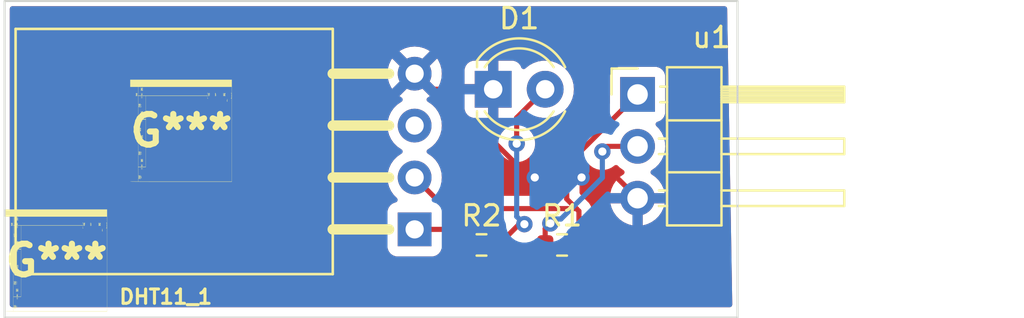
<source format=kicad_pcb>
(kicad_pcb (version 20221018) (generator pcbnew)
  (layers (0 "F.Cu" signal) (31 "B.Cu" signal) (34 "B.Paste" user) (35 "F.Paste" user) (36 "B.SilkS" user "B.Silkscreen") (37 "F.SilkS" user "F.Silkscreen") (38 "B.Mask" user) (39 "F.Mask" user) (44 "Edge.Cuts" user))
  (net 0 "")
  (net 1 "GND")
  (net 2 "Net-(D1-A)")
  (net 3 "+5V")
  (net 4 "Net-(DHT11_1-DATA)")
  (footprint "LED_THT:LED_D4.0mm" (layer "F.Cu") (at 160.274 64.516)
    (fp_text reference "D1" (at 1.27 -3.46) (layer "F.SilkS"))
    (fp_text value "LED")
    (pad "1" thru_hole rect (at 0 0) (size 1.8 1.8) (drill 0.9) (layers "*.Cu" "*.Mask") (net 1 "GND"))
    (pad "2" thru_hole circle (at 2.54 0) (size 1.8 1.8) (drill 0.9) (layers "*.Cu" "*.Mask") (net 2 "Net-(D1-A)"))
  )
  (footprint "Connector_PinHeader_2.54mm:PinHeader_1x03_P2.54mm_Horizontal" (layer "F.Cu") (at 167.329 64.77)
    (fp_text reference "u1" (at 3.613 -2.794) (layer "F.SilkS"))
    (fp_text value "Conn_01x03")
    (pad "1" thru_hole rect (at 0 0) (size 1.7 1.7) (drill 1) (layers "*.Cu" "*.Mask") (net 4 "Net-(DHT11_1-DATA)"))
    (pad "2" thru_hole oval (at 0 2.54) (size 1.7 1.7) (drill 1) (layers "*.Cu" "*.Mask") (net 3 "+5V"))
    (pad "3" thru_hole oval (at 0 5.08) (size 1.7 1.7) (drill 1) (layers "*.Cu" "*.Mask") (net 1 "GND"))
  )
  (footprint "MYFOOTPRINTS:SNR4-2.54-15.5X12.0X5.5MM" (layer "F.Cu") (at 144.685 67.564 180)
    (fp_text reference "DHT11_1" (at 0.413 -7.112) (layer "F.SilkS") (effects (font (size 0.7 0.7))))
    (fp_text value "~" hide)
    (pad "1" thru_hole rect (at -11.75 -3.81 180) (size 1.651 1.651) (drill 0.889) (layers "*.Cu" "*.Mask") (net 3 "+5V"))
    (pad "2" thru_hole circle (at -11.75 -1.27 180) (size 1.651 1.651) (drill 0.889) (layers "*.Cu" "*.Mask") (net 4 "Net-(DHT11_1-DATA)"))
    (pad "3" thru_hole circle (at -11.75 1.27 180) (size 1.651 1.651) (drill 0.889) (layers "*.Cu" "*.Mask"))
    (pad "4" thru_hole circle (at -11.75 3.81 180) (size 1.651 1.651) (drill 0.889) (layers "*.Cu" "*.Mask") (net 1 "GND"))
  )
  (footprint "MYFOOTPRINTS:ba" (layer "F.Cu") (at 138.938 72.898)
    (fp_text reference "G***" (at 0 0) (layer "F.SilkS") (effects (font (size 1.5 1.5) (thickness 0.3))))
    (fp_text value "LOGO" hide)
  )
  (footprint "Resistor_SMD:R_0603_1608Metric" (layer "F.Cu") (at 163.639 72.136)
    (fp_text reference "R1" (at 0 -1.43) (layer "F.SilkS"))
    (fp_text value "10K")
    (pad "1" smd roundrect (at -0.825 0) (size 0.8 0.95) (layers "F.Cu" "F.Paste" "F.Mask") (net 3 "+5V"))
    (pad "2" smd roundrect (at 0.825 0) (size 0.8 0.95) (layers "F.Cu" "F.Paste" "F.Mask") (net 4 "Net-(DHT11_1-DATA)"))
  )
  (footprint "MYFOOTPRINTS:ba" (layer "F.Cu") (at 145.034 66.548)
    (fp_text reference "G***" (at 0 0) (layer "F.SilkS") (effects (font (size 1.5 1.5) (thickness 0.3))))
    (fp_text value "LOGO" hide)
  )
  (footprint "Resistor_SMD:R_0603_1608Metric" (layer "F.Cu") (at 159.703 72.136)
    (fp_text reference "R2" (at 0 -1.43) (layer "F.SilkS"))
    (fp_text value "1K")
    (pad "1" smd roundrect (at -0.825 0) (size 0.8 0.95) (layers "F.Cu" "F.Paste" "F.Mask") (net 3 "+5V"))
    (pad "2" smd roundrect (at 0.825 0) (size 0.8 0.95) (layers "F.Cu" "F.Paste" "F.Mask") (net 2 "Net-(D1-A)"))
  )
  (gr_rect (start 186.182 74.93) (end 186.182 74.93) (stroke (width 0.1)) (fill none) (layer "Edge.Cuts"))
  (gr_rect (start 136.398 60.198) (end 172.212 75.692) (stroke (width 0.1)) (fill none) (layer "Edge.Cuts"))
  (gr_rect (start 172.085 74.93) (end 172.085 74.93) (stroke (width 0.1)) (fill none) (layer "Edge.Cuts"))
  (segment (start 166.313 68.834) (end 164.592 68.834) (width 0.25) (layer "F.Cu") (net 1))
  (segment (start 162.306 69.088) (end 160.274 67.056) (width 0.25) (layer "F.Cu") (net 1))
  (segment (start 167.329 69.85) (end 166.313 68.834) (width 0.25) (layer "F.Cu") (net 1))
  (segment (start 160.274 64.516) (end 157.197 64.516) (width 0.25) (layer "F.Cu") (net 1))
  (segment (start 160.274 67.056) (end 160.274 64.516) (width 0.25) (layer "F.Cu") (net 1))
  (segment (start 157.197 64.516) (end 156.435 63.754) (width 0.25) (layer "F.Cu") (net 1))
  (segment (start 162.306 68.834) (end 162.306 69.088) (width 0.25) (layer "F.Cu") (net 1))
  (via (at 164.592 68.834) (size 0.8) (drill 0.4) (layers "F.Cu" "B.Cu") (net 1))
  (via (at 162.306 68.834) (size 0.8) (drill 0.4) (layers "F.Cu" "B.Cu") (net 1))
  (segment (start 164.592 68.834) (end 162.306 68.834) (width 0.25) (layer "B.Cu") (net 1))
  (segment (start 161.544 71.12) (end 160.528 72.136) (width 0.25) (layer "F.Cu") (net 2))
  (segment (start 161.798 71.12) (end 161.544 71.12) (width 0.25) (layer "F.Cu") (net 2))
  (segment (start 162.814 64.516) (end 161.421299 65.908701) (width 0.25) (layer "F.Cu") (net 2))
  (segment (start 161.421299 65.908701) (end 161.421299 67.178701) (width 0.25) (layer "F.Cu") (net 2))
  (via (at 161.798 71.12) (size 0.8) (drill 0.4) (layers "F.Cu" "B.Cu") (net 2))
  (via (at 161.421299 67.178701) (size 0.8) (drill 0.4) (layers "F.Cu" "B.Cu") (net 2))
  (segment (start 161.421299 70.743299) (end 161.798 71.12) (width 0.25) (layer "B.Cu") (net 2))
  (segment (start 161.421299 67.178701) (end 161.421299 70.743299) (width 0.25) (layer "B.Cu") (net 2))
  (segment (start 158.878 73.026) (end 158.878 72.136) (width 0.25) (layer "F.Cu") (net 3))
  (segment (start 167.329 67.31) (end 165.862 67.31) (width 0.25) (layer "F.Cu") (net 3))
  (segment (start 158.116 71.374) (end 158.878 72.136) (width 0.25) (layer "F.Cu") (net 3))
  (segment (start 162.814 72.136) (end 162.814 71.3365) (width 0.25) (layer "F.Cu") (net 3))
  (segment (start 165.862 67.31) (end 165.608 67.564) (width 0.25) (layer "F.Cu") (net 3))
  (segment (start 162.814 71.3365) (end 163.068 71.0825) (width 0.25) (layer "F.Cu") (net 3))
  (segment (start 161.544 73.406) (end 159.258 73.406) (width 0.25) (layer "F.Cu") (net 3))
  (segment (start 156.435 71.374) (end 158.116 71.374) (width 0.25) (layer "F.Cu") (net 3))
  (segment (start 162.814 72.136) (end 161.544 73.406) (width 0.25) (layer "F.Cu") (net 3))
  (segment (start 159.258 73.406) (end 158.878 73.026) (width 0.25) (layer "F.Cu") (net 3))
  (via (at 165.608 67.564) (size 0.8) (drill 0.4) (layers "F.Cu" "B.Cu") (net 3))
  (via (at 163.068 71.0825) (size 0.8) (drill 0.4) (layers "F.Cu" "B.Cu") (net 3))
  (segment (start 165.608 67.564) (end 165.608 68.843305) (width 0.25) (layer "B.Cu") (net 3))
  (segment (start 165.608 68.843305) (end 163.585305 70.866) (width 0.25) (layer "B.Cu") (net 3))
  (segment (start 163.068 70.866) (end 163.068 71.0825) (width 0.25) (layer "B.Cu") (net 3))
  (segment (start 163.585305 70.866) (end 163.068 70.866) (width 0.25) (layer "B.Cu") (net 3))
  (segment (start 163.867 68.232) (end 163.867 69.887) (width 0.25) (layer "F.Cu") (net 4))
  (segment (start 164.464 70.484) (end 164.464 72.136) (width 0.25) (layer "F.Cu") (net 4))
  (segment (start 167.329 64.77) (end 163.867 68.232) (width 0.25) (layer "F.Cu") (net 4))
  (segment (start 156.435 68.834) (end 157.959 70.358) (width 0.25) (layer "F.Cu") (net 4))
  (segment (start 164.338 70.358) (end 164.464 70.484) (width 0.25) (layer "F.Cu") (net 4))
  (segment (start 167.329 64.967) (end 167.386 65.024) (width 0.25) (layer "F.Cu") (net 4))
  (segment (start 157.959 70.358) (end 164.338 70.358) (width 0.25) (layer "F.Cu") (net 4))
  (segment (start 163.867 69.887) (end 164.338 70.358) (width 0.25) (layer "F.Cu") (net 4))
  (zone (net 1) (net_name "GND") (layer "F.Cu") (connect_pads (clearance 0.5)) (min_thickness 0.25) (fill yes (thermal_gap 0.5) (thermal_bridge_width 0.5))
    (polygon (pts (xy 136.652 60.452) (xy 171.704 60.452) (xy 171.958 75.184) (xy 136.652 75.184)))
  )
  (zone (net 1) (net_name "GND") (layer "B.Cu") (priority 1) (connect_pads (clearance 0.5)) (min_thickness 0.25) (fill yes (thermal_gap 0.5) (thermal_bridge_width 0.5))
    (polygon (pts (xy 136.652 60.452) (xy 171.704 60.452) (xy 171.958 75.184) (xy 136.652 75.184)))
  )
)
</source>
